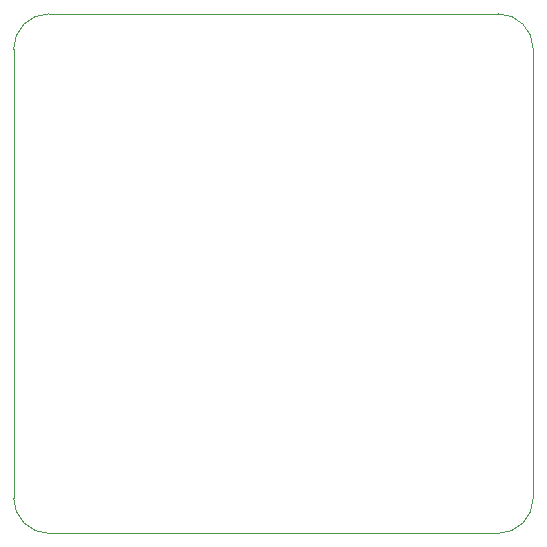
<source format=gbr>
%TF.GenerationSoftware,KiCad,Pcbnew,7.0.11-rc3*%
%TF.CreationDate,2025-03-16T23:28:07+08:00*%
%TF.ProjectId,imu-base,696d752d-6261-4736-952e-6b696361645f,rev?*%
%TF.SameCoordinates,Original*%
%TF.FileFunction,Profile,NP*%
%FSLAX46Y46*%
G04 Gerber Fmt 4.6, Leading zero omitted, Abs format (unit mm)*
G04 Created by KiCad (PCBNEW 7.0.11-rc3) date 2025-03-16 23:28:07*
%MOMM*%
%LPD*%
G01*
G04 APERTURE LIST*
%TA.AperFunction,Profile*%
%ADD10C,0.100000*%
%TD*%
G04 APERTURE END LIST*
D10*
X117000000Y-39000000D02*
G75*
G03*
X114000000Y-36000000I-3000000J0D01*
G01*
X75999999Y-35999999D02*
G75*
G03*
X72999999Y-39000000I1J-3000001D01*
G01*
X72999999Y-77000001D02*
G75*
G03*
X75999998Y-80000001I3000001J1D01*
G01*
X117000001Y-39000000D02*
X117000001Y-77000001D01*
X72999998Y-77000001D02*
X72999998Y-39000000D01*
X114000000Y-80000001D02*
X76000000Y-80000001D01*
X114000001Y-80000001D02*
G75*
G03*
X117000001Y-77000001I-1J3000001D01*
G01*
X76000000Y-36000000D02*
X114000000Y-36000000D01*
M02*

</source>
